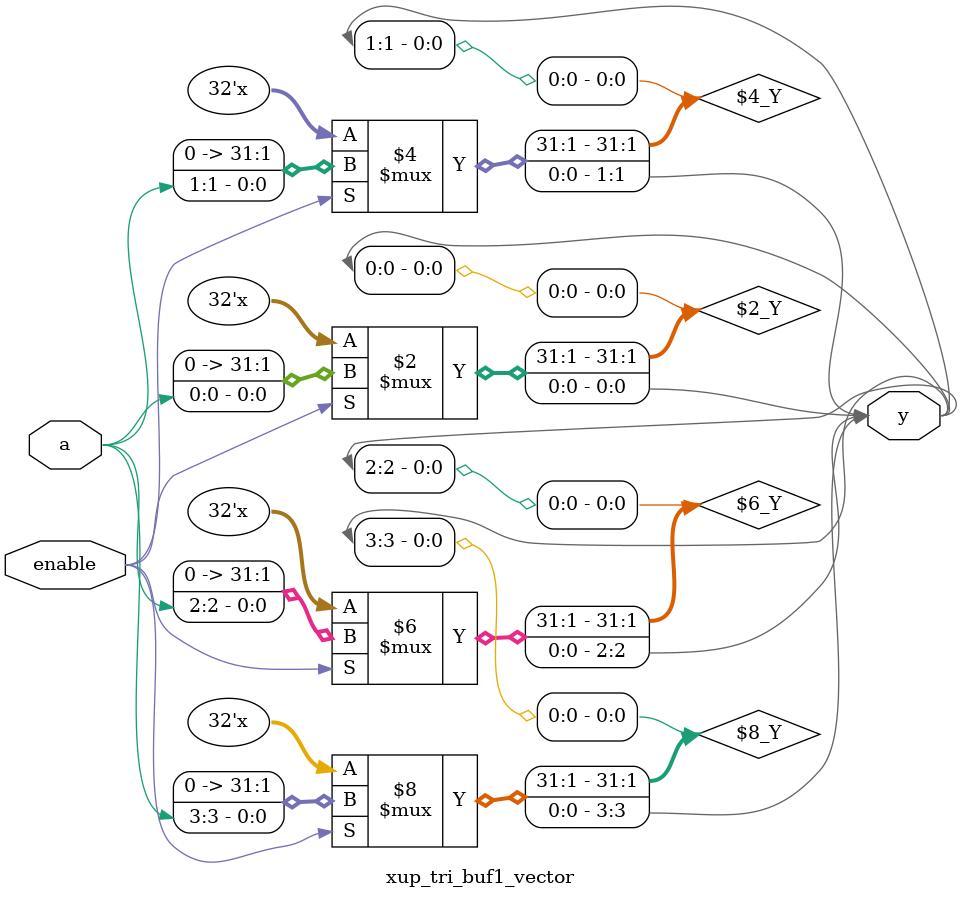
<source format=v>
`timescale 1ns / 1ps
module xup_tri_buf1_vector #(parameter SIZE = 4 , DELAY = 3)(
    input wire [SIZE-1:0] a,
    input wire enable,
    output wire [SIZE-1:0] y
    );
    
   genvar i;
    generate
       for (i=0; i < SIZE; i=i+1) 
       begin: buf0_i
    		assign #DELAY y[i] = (enable) ? a[i] : 'bz;
       end
    endgenerate
    
endmodule


</source>
